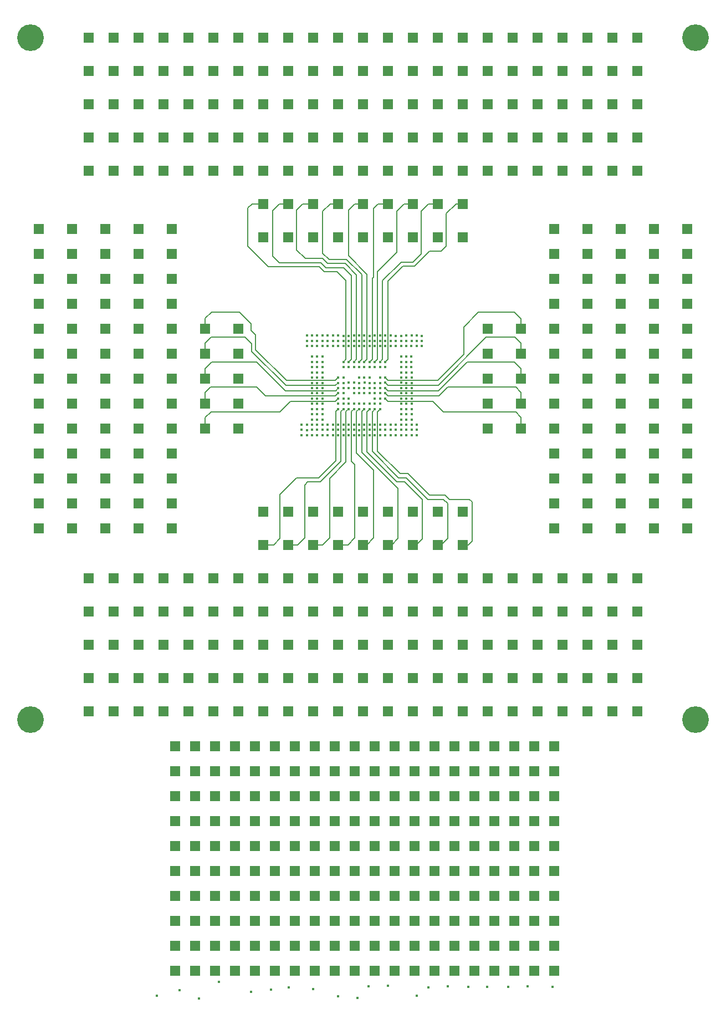
<source format=gbr>
G04 (created by PCBNEW (2012-oct-18)-testing) date Mon 18 Feb 2013 10:37:03 UTC*
%MOIN*%
G04 Gerber Fmt 3.4, Leading zero omitted, Abs format*
%FSLAX34Y34*%
G01*
G70*
G90*
G04 APERTURE LIST*
%ADD10C,0.006*%
%ADD11R,0.06X0.06*%
%ADD12C,0.16*%
%ADD13C,0.0145*%
%ADD14C,0.008*%
G04 APERTURE END LIST*
G54D10*
G54D11*
X109500Y-45200D03*
X109500Y-37700D03*
X109500Y-39200D03*
X109500Y-42200D03*
X109500Y-43700D03*
X109500Y-46700D03*
X107500Y-37700D03*
X107500Y-39200D03*
X107500Y-42200D03*
X107500Y-43700D03*
X107500Y-45200D03*
X107500Y-46700D03*
X101500Y-49700D03*
X101500Y-37700D03*
X101500Y-39200D03*
X101500Y-42200D03*
X101500Y-43700D03*
X101500Y-45200D03*
X101500Y-46700D03*
X137500Y-66700D03*
X137500Y-64700D03*
X137500Y-62700D03*
X137500Y-60700D03*
X137500Y-58700D03*
X136000Y-66700D03*
X136000Y-64700D03*
X136000Y-62700D03*
X136000Y-60700D03*
X105500Y-37700D03*
X105500Y-39200D03*
X105500Y-42200D03*
X105500Y-43700D03*
X105500Y-45200D03*
X105500Y-46700D03*
X103500Y-37700D03*
X103500Y-39200D03*
X103500Y-42200D03*
X103500Y-43700D03*
X103500Y-45200D03*
X103500Y-46700D03*
X136000Y-58700D03*
X115000Y-34200D03*
X122500Y-30200D03*
X121000Y-34200D03*
X121000Y-32200D03*
X121000Y-30200D03*
X119500Y-34200D03*
X119500Y-32200D03*
X119500Y-30200D03*
X118000Y-34200D03*
X118000Y-32200D03*
X118000Y-30200D03*
X116500Y-34200D03*
X116500Y-32200D03*
X116500Y-30200D03*
X122500Y-32200D03*
X115000Y-32200D03*
X115000Y-30200D03*
X113500Y-34200D03*
X113500Y-32200D03*
X113500Y-30200D03*
X112000Y-34200D03*
X112000Y-32200D03*
X112000Y-30200D03*
X110500Y-34200D03*
X110500Y-32200D03*
X110500Y-30200D03*
X109000Y-34200D03*
X109000Y-32200D03*
X128500Y-34200D03*
X136000Y-30200D03*
X134500Y-34200D03*
X134500Y-32200D03*
X134500Y-30200D03*
X133000Y-34200D03*
X133000Y-32200D03*
X133000Y-30200D03*
X131500Y-34200D03*
X131500Y-32200D03*
X131500Y-30200D03*
X130000Y-34200D03*
X130000Y-32200D03*
X130000Y-30200D03*
X109000Y-30200D03*
X128500Y-32200D03*
X128500Y-30200D03*
X127000Y-34200D03*
X127000Y-32200D03*
X127000Y-30200D03*
X125500Y-34200D03*
X125500Y-32200D03*
X125500Y-30200D03*
X124000Y-34200D03*
X124000Y-32200D03*
X124000Y-30200D03*
X122500Y-34200D03*
X125500Y-26200D03*
X110500Y-28200D03*
X109000Y-28200D03*
X107500Y-28200D03*
X106000Y-28200D03*
X104500Y-28200D03*
X137500Y-26200D03*
X136000Y-26200D03*
X134500Y-26200D03*
X133000Y-26200D03*
X131500Y-26200D03*
X130000Y-26200D03*
X127000Y-26200D03*
X128500Y-26200D03*
X112000Y-28200D03*
X124000Y-26200D03*
X122500Y-26200D03*
X121000Y-26200D03*
X119500Y-26200D03*
X116500Y-26200D03*
X118000Y-26200D03*
X115000Y-26200D03*
X113500Y-26200D03*
X112000Y-26200D03*
X110500Y-26200D03*
X109000Y-26200D03*
X106000Y-26200D03*
X107500Y-26200D03*
X131500Y-28200D03*
X107500Y-34200D03*
X107500Y-32200D03*
X107500Y-30200D03*
X106000Y-34200D03*
X106000Y-32200D03*
X106000Y-30200D03*
X104500Y-34200D03*
X104500Y-32200D03*
X104500Y-30200D03*
X137500Y-28200D03*
X136000Y-28200D03*
X134500Y-28200D03*
X133000Y-28200D03*
X136000Y-32200D03*
X130000Y-28200D03*
X128500Y-28200D03*
X127000Y-28200D03*
X125500Y-28200D03*
X124000Y-28200D03*
X122500Y-28200D03*
X121000Y-28200D03*
X119500Y-28200D03*
X118000Y-28200D03*
X116500Y-28200D03*
X115000Y-28200D03*
X113500Y-28200D03*
X122500Y-66700D03*
X127000Y-62700D03*
X127000Y-60700D03*
X127000Y-58700D03*
X125500Y-66700D03*
X125500Y-64700D03*
X125500Y-62700D03*
X125500Y-60700D03*
X125500Y-58700D03*
X124000Y-66700D03*
X124000Y-64700D03*
X124000Y-62700D03*
X124000Y-60700D03*
X124000Y-58700D03*
X127000Y-64700D03*
X122500Y-64700D03*
X122500Y-62700D03*
X122500Y-60700D03*
X122500Y-58700D03*
X121000Y-66700D03*
X121000Y-64700D03*
X121000Y-62700D03*
X121000Y-60700D03*
X121000Y-58700D03*
X119500Y-66700D03*
X119500Y-64700D03*
X119500Y-62700D03*
X119500Y-60700D03*
X131500Y-60700D03*
X134500Y-66700D03*
X134500Y-64700D03*
X134500Y-62700D03*
X134500Y-60700D03*
X134500Y-58700D03*
X133000Y-66700D03*
X133000Y-64700D03*
X133000Y-62700D03*
X133000Y-60700D03*
X133000Y-58700D03*
X131500Y-66700D03*
X131500Y-64700D03*
X131500Y-62700D03*
X119500Y-58700D03*
X131500Y-58700D03*
X130000Y-66700D03*
X130000Y-64700D03*
X130000Y-62700D03*
X130000Y-60700D03*
X130000Y-58700D03*
X128500Y-66700D03*
X128500Y-64700D03*
X128500Y-62700D03*
X128500Y-60700D03*
X128500Y-58700D03*
X127000Y-66700D03*
X106000Y-66700D03*
X110500Y-62700D03*
X110500Y-60700D03*
X110500Y-58700D03*
X109000Y-66700D03*
X109000Y-64700D03*
X109000Y-62700D03*
X109000Y-60700D03*
X109000Y-58700D03*
X107500Y-66700D03*
X107500Y-64700D03*
X107500Y-62700D03*
X107500Y-60700D03*
X107500Y-58700D03*
X110500Y-64700D03*
X106000Y-64700D03*
X106000Y-62700D03*
X106000Y-60700D03*
X106000Y-58700D03*
X104500Y-66700D03*
X104500Y-64700D03*
X104500Y-62700D03*
X104500Y-60700D03*
X104500Y-58700D03*
X137500Y-34200D03*
X137500Y-32200D03*
X137500Y-30200D03*
X136000Y-34200D03*
X115000Y-60700D03*
X118000Y-66700D03*
X118000Y-64700D03*
X118000Y-62700D03*
X118000Y-60700D03*
X118000Y-58700D03*
X116500Y-66700D03*
X116500Y-64700D03*
X116500Y-62700D03*
X116500Y-60700D03*
X116500Y-58700D03*
X115000Y-66700D03*
X115000Y-64700D03*
X115000Y-62700D03*
X104500Y-26200D03*
X115000Y-58700D03*
X113500Y-66700D03*
X113500Y-64700D03*
X113500Y-62700D03*
X113500Y-60700D03*
X113500Y-58700D03*
X112000Y-66700D03*
X112000Y-64700D03*
X112000Y-62700D03*
X112000Y-60700D03*
X112000Y-58700D03*
X110500Y-66700D03*
X134500Y-51200D03*
X132500Y-45200D03*
X132500Y-43700D03*
X132500Y-42200D03*
X132500Y-40700D03*
X132500Y-39200D03*
X132500Y-37700D03*
X134500Y-55700D03*
X136500Y-54200D03*
X134500Y-52700D03*
X132500Y-46700D03*
X134500Y-49700D03*
X134500Y-48200D03*
X134500Y-46700D03*
X134500Y-45200D03*
X134500Y-43700D03*
X134500Y-42200D03*
X134500Y-40700D03*
X134500Y-39200D03*
X134500Y-37700D03*
X127000Y-38200D03*
X125500Y-38200D03*
X125500Y-36200D03*
X127000Y-56700D03*
X127000Y-54700D03*
X130500Y-49700D03*
X130500Y-48200D03*
X130500Y-46700D03*
X130500Y-45200D03*
X130500Y-43700D03*
X136500Y-55700D03*
X127000Y-36200D03*
X132500Y-54200D03*
X132500Y-55700D03*
X134500Y-54200D03*
X132500Y-52700D03*
X132500Y-51200D03*
X132500Y-49700D03*
X132500Y-48200D03*
X140500Y-51200D03*
X138500Y-45200D03*
X138500Y-43700D03*
X138500Y-42200D03*
X138500Y-40700D03*
X138500Y-39200D03*
X138500Y-37700D03*
X140500Y-55700D03*
X101500Y-54200D03*
X140500Y-52700D03*
X138500Y-46700D03*
X140500Y-49700D03*
X140500Y-48200D03*
X140500Y-46700D03*
X140500Y-45200D03*
X140500Y-43700D03*
X140500Y-42200D03*
X140500Y-40700D03*
X140500Y-39200D03*
X140500Y-37700D03*
X136500Y-40700D03*
X138500Y-54200D03*
X136500Y-52700D03*
X136500Y-51200D03*
X136500Y-49700D03*
X136500Y-48200D03*
X136500Y-46700D03*
X136500Y-45200D03*
X136500Y-43700D03*
X136500Y-42200D03*
X128500Y-43700D03*
X136500Y-39200D03*
X136500Y-37700D03*
X138500Y-55700D03*
X140500Y-54200D03*
X138500Y-52700D03*
X138500Y-51200D03*
X138500Y-49700D03*
X138500Y-48200D03*
X109500Y-51200D03*
X107500Y-55700D03*
X109500Y-54200D03*
X107500Y-52700D03*
X107500Y-51200D03*
X107500Y-49700D03*
X107500Y-48200D03*
X107500Y-40700D03*
X109500Y-55700D03*
X109500Y-52700D03*
X105500Y-40700D03*
X109500Y-49700D03*
X109500Y-48200D03*
X109500Y-40700D03*
X115000Y-56700D03*
X115000Y-54700D03*
X111500Y-49700D03*
X111500Y-48200D03*
X111500Y-46700D03*
X111500Y-45200D03*
X103500Y-49700D03*
X103500Y-54200D03*
X101500Y-52700D03*
X101500Y-51200D03*
X101500Y-48200D03*
X101500Y-40700D03*
X103500Y-55700D03*
X105500Y-54200D03*
X103500Y-52700D03*
X103500Y-51200D03*
X111500Y-43700D03*
X103500Y-48200D03*
X103500Y-40700D03*
X105500Y-55700D03*
X107500Y-54200D03*
X105500Y-52700D03*
X105500Y-51200D03*
X105500Y-49700D03*
X105500Y-48200D03*
X124000Y-54700D03*
X121000Y-56700D03*
X121000Y-54700D03*
X121000Y-38200D03*
X121000Y-36200D03*
X122500Y-56700D03*
X122500Y-54700D03*
X122500Y-38200D03*
X122500Y-36200D03*
X124000Y-56700D03*
X119500Y-36200D03*
X124000Y-38200D03*
X124000Y-36200D03*
X125500Y-56700D03*
X125500Y-54700D03*
X128500Y-49700D03*
X128500Y-48200D03*
X128500Y-46700D03*
X128500Y-45200D03*
X116500Y-38200D03*
X115000Y-38200D03*
X115000Y-36200D03*
X116500Y-56700D03*
X116500Y-54700D03*
X113500Y-49700D03*
X113500Y-48200D03*
X113500Y-46700D03*
X113500Y-45200D03*
X113500Y-43700D03*
X101500Y-55700D03*
X116500Y-36200D03*
X118000Y-56700D03*
X118000Y-54700D03*
X118000Y-38200D03*
X118000Y-36200D03*
X119500Y-56700D03*
X119500Y-54700D03*
X119500Y-38200D03*
G54D12*
X101000Y-26200D03*
X141000Y-26200D03*
X101000Y-67200D03*
X141000Y-67200D03*
G54D11*
X125300Y-82300D03*
X124100Y-79300D03*
X124100Y-77800D03*
X124100Y-82300D03*
X124100Y-80800D03*
X125300Y-70300D03*
X125300Y-68800D03*
X125300Y-73300D03*
X125300Y-71800D03*
X125300Y-76300D03*
X125300Y-74800D03*
X125300Y-79300D03*
X125300Y-77800D03*
X124100Y-74800D03*
X125300Y-80800D03*
X126500Y-70300D03*
X126500Y-68800D03*
X126500Y-73300D03*
X126500Y-71800D03*
X126500Y-76300D03*
X126500Y-74800D03*
X126500Y-79300D03*
X126500Y-77800D03*
X126500Y-82300D03*
X126500Y-80800D03*
X122900Y-71800D03*
X121700Y-68800D03*
X121700Y-73300D03*
X121700Y-71800D03*
X121700Y-76300D03*
X121700Y-74800D03*
X121700Y-79300D03*
X121700Y-77800D03*
X121700Y-82300D03*
X121700Y-80800D03*
X122900Y-70300D03*
X122900Y-68800D03*
X122900Y-73300D03*
X127700Y-70300D03*
X122900Y-76300D03*
X122900Y-74800D03*
X122900Y-79300D03*
X122900Y-77800D03*
X122900Y-82300D03*
X122900Y-80800D03*
X124100Y-70300D03*
X124100Y-68800D03*
X124100Y-73300D03*
X124100Y-71800D03*
X124100Y-76300D03*
X131300Y-82300D03*
X130100Y-79300D03*
X130100Y-77800D03*
X130100Y-82300D03*
X130100Y-80800D03*
X131300Y-70300D03*
X131300Y-68800D03*
X131300Y-73300D03*
X131300Y-71800D03*
X131300Y-76300D03*
X131300Y-74800D03*
X131300Y-79300D03*
X131300Y-77800D03*
X130100Y-74800D03*
X131300Y-80800D03*
X132500Y-70300D03*
X132500Y-68800D03*
X132500Y-73300D03*
X132500Y-71800D03*
X132500Y-76300D03*
X132500Y-74800D03*
X132500Y-79300D03*
X132500Y-77800D03*
X132500Y-82300D03*
X132500Y-80800D03*
X128900Y-71800D03*
X127700Y-68800D03*
X127700Y-73300D03*
X127700Y-71800D03*
X127700Y-76300D03*
X127700Y-74800D03*
X127700Y-79300D03*
X127700Y-77800D03*
X127700Y-82300D03*
X127700Y-80800D03*
X128900Y-70300D03*
X128900Y-68800D03*
X128900Y-73300D03*
X121700Y-70300D03*
X128900Y-76300D03*
X128900Y-74800D03*
X128900Y-79300D03*
X128900Y-77800D03*
X128900Y-82300D03*
X128900Y-80800D03*
X130100Y-70300D03*
X130100Y-68800D03*
X130100Y-73300D03*
X130100Y-71800D03*
X130100Y-76300D03*
X113300Y-82300D03*
X112100Y-79300D03*
X112100Y-77800D03*
X112100Y-82300D03*
X112100Y-80800D03*
X113300Y-70300D03*
X113300Y-68800D03*
X113300Y-73300D03*
X113300Y-71800D03*
X113300Y-76300D03*
X113300Y-74800D03*
X113300Y-79300D03*
X113300Y-77800D03*
X112100Y-74800D03*
X113300Y-80800D03*
X114500Y-70300D03*
X114500Y-68800D03*
X114500Y-73300D03*
X114500Y-71800D03*
X114500Y-76300D03*
X114500Y-74800D03*
X114500Y-79300D03*
X114500Y-77800D03*
X114500Y-82300D03*
X114500Y-80800D03*
X110900Y-71800D03*
X109700Y-68800D03*
X109700Y-73300D03*
X109700Y-71800D03*
X109700Y-76300D03*
X109700Y-74800D03*
X109700Y-79300D03*
X109700Y-77800D03*
X109700Y-82300D03*
X109700Y-80800D03*
X110900Y-70300D03*
X110900Y-68800D03*
X110900Y-73300D03*
X115700Y-70300D03*
X110900Y-76300D03*
X110900Y-74800D03*
X110900Y-79300D03*
X110900Y-77800D03*
X110900Y-82300D03*
X110900Y-80800D03*
X112100Y-70300D03*
X112100Y-68800D03*
X112100Y-73300D03*
X112100Y-71800D03*
X112100Y-76300D03*
X119300Y-82300D03*
X118100Y-79300D03*
X118100Y-77800D03*
X118100Y-82300D03*
X118100Y-80800D03*
X119300Y-70300D03*
X119300Y-68800D03*
X119300Y-73300D03*
X119300Y-71800D03*
X119300Y-76300D03*
X119300Y-74800D03*
X119300Y-79300D03*
X119300Y-77800D03*
X118100Y-74800D03*
X119300Y-80800D03*
X120500Y-70300D03*
X120500Y-68800D03*
X120500Y-73300D03*
X120500Y-71800D03*
X120500Y-76300D03*
X120500Y-74800D03*
X120500Y-79300D03*
X120500Y-77800D03*
X120500Y-82300D03*
X120500Y-80800D03*
X116900Y-71800D03*
X115700Y-68800D03*
X115700Y-73300D03*
X115700Y-71800D03*
X115700Y-76300D03*
X115700Y-74800D03*
X115700Y-79300D03*
X115700Y-77800D03*
X115700Y-82300D03*
X115700Y-80800D03*
X116900Y-70300D03*
X116900Y-68800D03*
X116900Y-73300D03*
X109700Y-70300D03*
X116900Y-76300D03*
X116900Y-74800D03*
X116900Y-79300D03*
X116900Y-77800D03*
X116900Y-82300D03*
X116900Y-80800D03*
X118100Y-70300D03*
X118100Y-68800D03*
X118100Y-73300D03*
X118100Y-71800D03*
X118100Y-76300D03*
G54D13*
X117925Y-48845D03*
X117925Y-49160D03*
X118240Y-49165D03*
X118555Y-48850D03*
X118240Y-48850D03*
X123280Y-49162D03*
X123596Y-49164D03*
X123910Y-49164D03*
X118555Y-47590D03*
X118555Y-47905D03*
X118240Y-47905D03*
X117925Y-47905D03*
X118240Y-47590D03*
X117925Y-47590D03*
X118240Y-48220D03*
X117925Y-48530D03*
X118240Y-48530D03*
X118555Y-48530D03*
X118555Y-48220D03*
X117925Y-48220D03*
X123280Y-47590D03*
X123596Y-47588D03*
X123910Y-47588D03*
X123910Y-46960D03*
X123596Y-46960D03*
X123280Y-46958D03*
X123910Y-47904D03*
X123280Y-47274D03*
X123596Y-47274D03*
X123910Y-47272D03*
X123910Y-48532D03*
X123596Y-48532D03*
X123280Y-48532D03*
X123282Y-48848D03*
X123596Y-48848D03*
X123910Y-48848D03*
X123596Y-48218D03*
X123596Y-47904D03*
X123280Y-47906D03*
X123280Y-48218D03*
X123910Y-48218D03*
X123280Y-49480D03*
X123595Y-49790D03*
X123595Y-50105D03*
X123280Y-49790D03*
X123280Y-50105D03*
X124225Y-49790D03*
X123910Y-49480D03*
X123910Y-49790D03*
X123910Y-50105D03*
X124225Y-50105D03*
X123595Y-49480D03*
X122335Y-49480D03*
X122340Y-49790D03*
X122335Y-50105D03*
X122020Y-50105D03*
X122965Y-49480D03*
X122965Y-50105D03*
X122965Y-49790D03*
X122650Y-49480D03*
X122650Y-49790D03*
X122650Y-50105D03*
X118240Y-46645D03*
X117925Y-46645D03*
X118555Y-46645D03*
X118555Y-46330D03*
X118240Y-46330D03*
X117925Y-46330D03*
X118555Y-47275D03*
X118240Y-47275D03*
X117925Y-47275D03*
X118555Y-46960D03*
X118240Y-46960D03*
X117925Y-46960D03*
X118240Y-45385D03*
X117925Y-45700D03*
X118556Y-45385D03*
X117925Y-45385D03*
X124220Y-49475D03*
X117925Y-46015D03*
X118555Y-46015D03*
X118240Y-46015D03*
X118555Y-45700D03*
X118240Y-45700D03*
X119500Y-47905D03*
X122336Y-46958D03*
X122020Y-46644D03*
X122334Y-46644D03*
X119815Y-47905D03*
X119815Y-47590D03*
X119500Y-47590D03*
X119815Y-47275D03*
X119500Y-47275D03*
X118242Y-44754D03*
X122338Y-47904D03*
X122022Y-47904D03*
X122336Y-47590D03*
X122022Y-47588D03*
X122022Y-47274D03*
X122338Y-47274D03*
X122022Y-46960D03*
X120760Y-48220D03*
X121390Y-48220D03*
X121390Y-48535D03*
X121075Y-48535D03*
X121075Y-48215D03*
X121705Y-48535D03*
X120760Y-48535D03*
X120445Y-48220D03*
X120445Y-48530D03*
X119815Y-46960D03*
X119500Y-46960D03*
X119815Y-46645D03*
X119500Y-46645D03*
X122020Y-48220D03*
X122020Y-48535D03*
X121705Y-48215D03*
X124210Y-83820D03*
X122500Y-83220D03*
X121340Y-83250D03*
X120670Y-83930D03*
X119490Y-83850D03*
X129720Y-83290D03*
X128460Y-83260D03*
X127320Y-83280D03*
X126090Y-83250D03*
X124910Y-83300D03*
X111130Y-83970D03*
X109950Y-83490D03*
X108600Y-83800D03*
X117980Y-83410D03*
X116530Y-83300D03*
X120135Y-48220D03*
X115460Y-83450D03*
X114250Y-83570D03*
X112320Y-82970D03*
X123280Y-45384D03*
X123594Y-45384D03*
X123908Y-45384D03*
X123908Y-45700D03*
X123594Y-45700D03*
X123596Y-46644D03*
X123910Y-46330D03*
X123280Y-46646D03*
X123910Y-46644D03*
X123280Y-45700D03*
X123278Y-46014D03*
X123594Y-46014D03*
X123908Y-46014D03*
X123278Y-46330D03*
X123594Y-46328D03*
X122018Y-46016D03*
X122020Y-45700D03*
X121702Y-46014D03*
X121704Y-45700D03*
X121388Y-46014D03*
X121390Y-45700D03*
X121074Y-46014D03*
X121074Y-45700D03*
X120760Y-46014D03*
X119500Y-48215D03*
X120130Y-48535D03*
X119815Y-48215D03*
X119815Y-48535D03*
X119500Y-48535D03*
X122334Y-46016D03*
X122336Y-45698D03*
X120130Y-46016D03*
X120760Y-45700D03*
X120444Y-46014D03*
X120444Y-45700D03*
X120130Y-45700D03*
X119816Y-46016D03*
X119816Y-45700D03*
X121705Y-47903D03*
X120130Y-47903D03*
X118555Y-49165D03*
X121390Y-46644D03*
X121706Y-47588D03*
X121390Y-47590D03*
X121076Y-47588D03*
X120760Y-47588D03*
X120446Y-47588D03*
X121706Y-47274D03*
X121390Y-47274D03*
X121076Y-47274D03*
X120762Y-47274D03*
X120448Y-47274D03*
X120132Y-47274D03*
X121706Y-46960D03*
X121390Y-46960D03*
X121078Y-46958D03*
X120762Y-46960D03*
X120132Y-46958D03*
X120446Y-46958D03*
X121076Y-46644D03*
X120760Y-46644D03*
X118555Y-44125D03*
X118555Y-44440D03*
X118556Y-44754D03*
X118870Y-44125D03*
X117925Y-44125D03*
X117925Y-44440D03*
X117926Y-44754D03*
X118240Y-44125D03*
X118240Y-44440D03*
X119816Y-44754D03*
X119816Y-44440D03*
X119816Y-44126D03*
X119500Y-44754D03*
X119500Y-44440D03*
X119500Y-44124D03*
X120130Y-44754D03*
X120444Y-44754D03*
X120446Y-44440D03*
X120446Y-44124D03*
X120130Y-44440D03*
X120130Y-44126D03*
X117610Y-44125D03*
X117610Y-44440D03*
X117612Y-44754D03*
X119186Y-44124D03*
X119186Y-44754D03*
X119186Y-44438D03*
X118870Y-44754D03*
X118870Y-44440D03*
X118870Y-50105D03*
X119185Y-50105D03*
X118870Y-49790D03*
X118870Y-49480D03*
X118555Y-49480D03*
X119500Y-49790D03*
X119500Y-50105D03*
X118555Y-49790D03*
X119500Y-49480D03*
X119185Y-49480D03*
X119185Y-49790D03*
X117925Y-49790D03*
X117925Y-50105D03*
X117610Y-50105D03*
X117925Y-49480D03*
X117295Y-49790D03*
X118555Y-50105D03*
X118240Y-50105D03*
X118240Y-49790D03*
X118240Y-49480D03*
X121390Y-49790D03*
X121390Y-50105D03*
X121075Y-50105D03*
X121075Y-49790D03*
X121075Y-49480D03*
X121705Y-50105D03*
X122020Y-49790D03*
X122020Y-49480D03*
X121705Y-49790D03*
X121705Y-49480D03*
X121390Y-49480D03*
X120130Y-49475D03*
X120130Y-49790D03*
X120130Y-50105D03*
X119820Y-49480D03*
X119815Y-49790D03*
X119820Y-50105D03*
X120445Y-49480D03*
X120760Y-50105D03*
X120760Y-49795D03*
X120760Y-49480D03*
X117610Y-49795D03*
X120445Y-49790D03*
X120445Y-50105D03*
X122020Y-44440D03*
X122020Y-44124D03*
X122020Y-44754D03*
X121706Y-44754D03*
X121704Y-44440D03*
X121706Y-44124D03*
X122650Y-44754D03*
X122650Y-44124D03*
X122650Y-44440D03*
X122336Y-44754D03*
X122336Y-44440D03*
X122336Y-44124D03*
X120760Y-44440D03*
X121076Y-44440D03*
X121076Y-44124D03*
X120760Y-44754D03*
X120760Y-44124D03*
X121390Y-44126D03*
X121390Y-44440D03*
X121390Y-44754D03*
X121076Y-44754D03*
X124224Y-44124D03*
X124224Y-44440D03*
X124224Y-44756D03*
X123908Y-44754D03*
X123910Y-44440D03*
X117610Y-49480D03*
X117295Y-49480D03*
X117295Y-50105D03*
X124542Y-44754D03*
X124538Y-44440D03*
X124538Y-44126D03*
X122966Y-44756D03*
X123280Y-44440D03*
X123280Y-44126D03*
X122964Y-44440D03*
X122964Y-44126D03*
X123910Y-44124D03*
X123594Y-44124D03*
X123594Y-44440D03*
X123594Y-44754D03*
X123280Y-44754D03*
X130890Y-83250D03*
X132400Y-83260D03*
G54D14*
X119340Y-48065D02*
X119500Y-47905D01*
X116630Y-48065D02*
X119340Y-48065D01*
X116000Y-48695D02*
X116630Y-48065D01*
X111855Y-48695D02*
X116000Y-48695D01*
X111500Y-49050D02*
X111855Y-48695D01*
X111500Y-49700D02*
X111500Y-49050D01*
X122494Y-47116D02*
X122336Y-46958D01*
X125510Y-47116D02*
X122494Y-47116D01*
X128406Y-44220D02*
X125510Y-47116D01*
X130138Y-44220D02*
X128406Y-44220D01*
X130500Y-44582D02*
X130138Y-44220D01*
X130500Y-45200D02*
X130500Y-44582D01*
X122492Y-46802D02*
X122334Y-46644D01*
X125486Y-46802D02*
X122492Y-46802D01*
X127056Y-45232D02*
X125486Y-46802D01*
X127056Y-43594D02*
X127056Y-45232D01*
X127926Y-42724D02*
X127056Y-43594D01*
X130104Y-42724D02*
X127926Y-42724D01*
X130500Y-43120D02*
X130104Y-42724D01*
X130500Y-43700D02*
X130500Y-43120D01*
X119340Y-47750D02*
X119500Y-47590D01*
X115140Y-47750D02*
X119340Y-47750D01*
X114595Y-47205D02*
X115140Y-47750D01*
X111835Y-47205D02*
X114595Y-47205D01*
X111500Y-47540D02*
X111835Y-47205D01*
X111500Y-48200D02*
X111500Y-47540D01*
X111500Y-46700D02*
X111500Y-46095D01*
X119345Y-47430D02*
X119500Y-47275D01*
X116330Y-47430D02*
X119345Y-47430D01*
X114600Y-45700D02*
X116330Y-47430D01*
X111895Y-45700D02*
X114600Y-45700D01*
X111500Y-46095D02*
X111895Y-45700D01*
X130500Y-49700D02*
X130500Y-49028D01*
X130500Y-49028D02*
X130186Y-48714D01*
X130186Y-48714D02*
X125838Y-48714D01*
X125838Y-48714D02*
X125186Y-48062D01*
X125186Y-48062D02*
X122496Y-48062D01*
X122496Y-48062D02*
X122338Y-47904D01*
X130500Y-48200D02*
X130500Y-47528D01*
X130500Y-47528D02*
X130188Y-47216D01*
X130188Y-47216D02*
X126090Y-47216D01*
X126090Y-47216D02*
X125558Y-47748D01*
X125558Y-47748D02*
X122494Y-47748D01*
X122494Y-47748D02*
X122336Y-47590D01*
X130500Y-46700D02*
X130500Y-46114D01*
X122496Y-47432D02*
X122338Y-47274D01*
X125534Y-47432D02*
X122496Y-47432D01*
X127256Y-45710D02*
X125534Y-47432D01*
X130096Y-45710D02*
X127256Y-45710D01*
X130500Y-46114D02*
X130096Y-45710D01*
X121230Y-48695D02*
X121390Y-48535D01*
X121230Y-51110D02*
X121230Y-48695D01*
X123020Y-52900D02*
X121230Y-51110D01*
X123490Y-52900D02*
X123020Y-52900D01*
X124570Y-53980D02*
X123490Y-52900D01*
X124570Y-56335D02*
X124570Y-53980D01*
X124000Y-56700D02*
X124205Y-56700D01*
X124205Y-56700D02*
X124570Y-56335D01*
X120920Y-48690D02*
X121075Y-48535D01*
X120920Y-51140D02*
X120920Y-48690D01*
X123085Y-53305D02*
X120920Y-51140D01*
X123085Y-56325D02*
X123085Y-53305D01*
X122500Y-56700D02*
X122710Y-56700D01*
X122710Y-56700D02*
X123085Y-56325D01*
X121545Y-48695D02*
X121705Y-48535D01*
X121545Y-51090D02*
X121545Y-48695D01*
X123120Y-52665D02*
X121545Y-51090D01*
X123595Y-52665D02*
X123120Y-52665D01*
X124890Y-53960D02*
X123595Y-52665D01*
X125835Y-53960D02*
X124890Y-53960D01*
X126085Y-54210D02*
X125835Y-53960D01*
X126085Y-56305D02*
X126085Y-54210D01*
X125500Y-56700D02*
X125690Y-56700D01*
X125690Y-56700D02*
X126085Y-56305D01*
X120605Y-48690D02*
X120760Y-48535D01*
X120605Y-51165D02*
X120605Y-48690D01*
X121640Y-52200D02*
X120605Y-51165D01*
X121640Y-56280D02*
X121640Y-52200D01*
X121000Y-56700D02*
X121220Y-56700D01*
X121220Y-56700D02*
X121640Y-56280D01*
X120285Y-48690D02*
X120445Y-48530D01*
X120285Y-51670D02*
X120285Y-48690D01*
X120500Y-51885D02*
X120285Y-51670D01*
X120500Y-56285D02*
X120500Y-51885D01*
X120085Y-56700D02*
X120500Y-56285D01*
X119500Y-56700D02*
X120085Y-56700D01*
X111500Y-45200D02*
X111500Y-44565D01*
X111500Y-44565D02*
X111870Y-44195D01*
X111870Y-44195D02*
X113895Y-44195D01*
X113895Y-44195D02*
X114300Y-44600D01*
X114300Y-44600D02*
X114300Y-45060D01*
X114300Y-45060D02*
X116360Y-47120D01*
X116360Y-47120D02*
X119340Y-47120D01*
X119340Y-47120D02*
X119500Y-46960D01*
X111500Y-43700D02*
X111500Y-43075D01*
X111500Y-43075D02*
X111880Y-42695D01*
X111880Y-42695D02*
X113565Y-42695D01*
X113565Y-42695D02*
X114275Y-43405D01*
X114275Y-43405D02*
X114275Y-43795D01*
X114275Y-43795D02*
X114540Y-44060D01*
X114540Y-44060D02*
X114540Y-44965D01*
X114540Y-44965D02*
X116380Y-46805D01*
X116380Y-46805D02*
X119340Y-46805D01*
X119340Y-46805D02*
X119500Y-46645D01*
X121860Y-48695D02*
X122020Y-48535D01*
X121860Y-51060D02*
X121860Y-48695D01*
X123225Y-52425D02*
X121860Y-51060D01*
X123705Y-52425D02*
X123225Y-52425D01*
X125000Y-53720D02*
X123705Y-52425D01*
X125935Y-53720D02*
X125000Y-53720D01*
X126180Y-53965D02*
X125935Y-53720D01*
X127400Y-53965D02*
X126180Y-53965D01*
X127545Y-54110D02*
X127400Y-53965D01*
X127545Y-56470D02*
X127545Y-54110D01*
X127315Y-56700D02*
X127545Y-56470D01*
X127000Y-56700D02*
X127315Y-56700D01*
X125500Y-36200D02*
X124918Y-36200D01*
X124918Y-36200D02*
X124490Y-36628D01*
X124490Y-36628D02*
X124490Y-39204D01*
X124490Y-39204D02*
X123994Y-39700D01*
X123994Y-39700D02*
X123300Y-39700D01*
X123300Y-39700D02*
X122176Y-40824D01*
X122176Y-40824D02*
X122176Y-45544D01*
X122176Y-45544D02*
X122020Y-45700D01*
X124000Y-36200D02*
X123462Y-36200D01*
X123462Y-36200D02*
X123020Y-36642D01*
X123020Y-36642D02*
X123020Y-39114D01*
X123020Y-39114D02*
X121862Y-40272D01*
X121862Y-40272D02*
X121862Y-45542D01*
X121862Y-45542D02*
X121704Y-45700D01*
X122500Y-36200D02*
X121898Y-36200D01*
X121898Y-36200D02*
X121622Y-36476D01*
X121622Y-36476D02*
X121622Y-40600D01*
X121622Y-40600D02*
X121548Y-40674D01*
X121548Y-40674D02*
X121548Y-45542D01*
X121548Y-45542D02*
X121390Y-45700D01*
X121000Y-36200D02*
X120480Y-36200D01*
X120480Y-36200D02*
X120114Y-36566D01*
X120114Y-36566D02*
X120114Y-39314D01*
X120114Y-39314D02*
X121232Y-40432D01*
X121232Y-40432D02*
X121232Y-45542D01*
X121232Y-45542D02*
X121074Y-45700D01*
X119975Y-48690D02*
X120130Y-48535D01*
X119975Y-51705D02*
X119975Y-48690D01*
X118980Y-52700D02*
X119975Y-51705D01*
X118980Y-56280D02*
X118980Y-52700D01*
X118560Y-56700D02*
X118980Y-56280D01*
X118000Y-56700D02*
X118560Y-56700D01*
X119660Y-48690D02*
X119815Y-48535D01*
X119660Y-51680D02*
X119660Y-48690D01*
X118430Y-52910D02*
X119660Y-51680D01*
X117670Y-52910D02*
X118430Y-52910D01*
X117480Y-53100D02*
X117670Y-52910D01*
X117480Y-56265D02*
X117480Y-53100D01*
X117045Y-56700D02*
X117480Y-56265D01*
X116500Y-56700D02*
X117045Y-56700D01*
X119345Y-48690D02*
X119500Y-48535D01*
X119345Y-51655D02*
X119345Y-48690D01*
X118330Y-52670D02*
X119345Y-51655D01*
X116995Y-52670D02*
X118330Y-52670D01*
X116000Y-53665D02*
X116995Y-52670D01*
X116000Y-56310D02*
X116000Y-53665D01*
X115610Y-56700D02*
X116000Y-56310D01*
X115000Y-56700D02*
X115610Y-56700D01*
X127000Y-36200D02*
X126590Y-36200D01*
X126590Y-36200D02*
X126004Y-36786D01*
X126004Y-36786D02*
X126004Y-38728D01*
X126004Y-38728D02*
X125694Y-39038D01*
X125694Y-39038D02*
X124996Y-39038D01*
X124996Y-39038D02*
X124094Y-39940D01*
X124094Y-39940D02*
X123400Y-39940D01*
X122492Y-45542D02*
X122336Y-45698D01*
X122492Y-40848D02*
X122492Y-45542D01*
X123400Y-39940D02*
X122492Y-40848D01*
X119500Y-36200D02*
X119014Y-36200D01*
X119014Y-36200D02*
X118574Y-36640D01*
X118574Y-36640D02*
X118574Y-39172D01*
X118574Y-39172D02*
X118950Y-39548D01*
X118950Y-39548D02*
X120008Y-39548D01*
X120008Y-39548D02*
X120918Y-40458D01*
X120918Y-40458D02*
X120918Y-45542D01*
X120918Y-45542D02*
X120760Y-45700D01*
X118000Y-36200D02*
X117364Y-36200D01*
X117364Y-36200D02*
X117000Y-36564D01*
X117000Y-36564D02*
X117000Y-38964D01*
X117000Y-38964D02*
X117522Y-39486D01*
X117522Y-39486D02*
X118548Y-39486D01*
X118548Y-39486D02*
X118852Y-39790D01*
X118852Y-39790D02*
X119910Y-39790D01*
X120602Y-45542D02*
X120444Y-45700D01*
X120602Y-40482D02*
X120602Y-45542D01*
X119910Y-39790D02*
X120602Y-40482D01*
X116500Y-36200D02*
X115970Y-36200D01*
X115970Y-36200D02*
X115566Y-36604D01*
X115566Y-36604D02*
X115566Y-39336D01*
X115566Y-39336D02*
X115956Y-39726D01*
X115956Y-39726D02*
X118450Y-39726D01*
X118450Y-39726D02*
X118754Y-40030D01*
X118754Y-40030D02*
X119812Y-40030D01*
X120288Y-45542D02*
X120130Y-45700D01*
X120288Y-40506D02*
X120288Y-45542D01*
X119812Y-40030D02*
X120288Y-40506D01*
X115000Y-36200D02*
X114310Y-36200D01*
X114310Y-36200D02*
X114066Y-36444D01*
X114066Y-36444D02*
X114066Y-38726D01*
X114066Y-38726D02*
X115304Y-39964D01*
X115304Y-39964D02*
X118344Y-39964D01*
X118344Y-39964D02*
X118650Y-40270D01*
X118650Y-40270D02*
X119428Y-40270D01*
X119972Y-45544D02*
X119816Y-45700D01*
X119972Y-40814D02*
X119972Y-45544D01*
X119428Y-40270D02*
X119972Y-40814D01*
M02*

</source>
